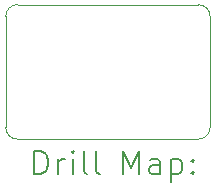
<source format=gbr>
%TF.GenerationSoftware,KiCad,Pcbnew,(7.0.0-0)*%
%TF.CreationDate,2023-05-05T13:57:36+08:00*%
%TF.ProjectId,Revolute,5265766f-6c75-4746-952e-6b696361645f,rev?*%
%TF.SameCoordinates,Original*%
%TF.FileFunction,Drillmap*%
%TF.FilePolarity,Positive*%
%FSLAX45Y45*%
G04 Gerber Fmt 4.5, Leading zero omitted, Abs format (unit mm)*
G04 Created by KiCad (PCBNEW (7.0.0-0)) date 2023-05-05 13:57:36*
%MOMM*%
%LPD*%
G01*
G04 APERTURE LIST*
%ADD10C,0.100000*%
%ADD11C,0.050000*%
%ADD12C,0.200000*%
G04 APERTURE END LIST*
D10*
X18230000Y-8200000D02*
X16700000Y-8200000D01*
D11*
X16700000Y-8200000D02*
G75*
G03*
X16600000Y-8300000I0J-100000D01*
G01*
X18330000Y-8300000D02*
G75*
G03*
X18230000Y-8200000I-100000J0D01*
G01*
D10*
X16600000Y-9240000D02*
X16600000Y-8300000D01*
X16700000Y-9340000D02*
X18230000Y-9340000D01*
X18330000Y-9040000D02*
X18330000Y-9240000D01*
D11*
X18230000Y-9340000D02*
G75*
G03*
X18330000Y-9240000I0J100000D01*
G01*
D10*
X18330000Y-9040000D02*
X18330000Y-8300000D01*
D11*
X16600000Y-9240000D02*
G75*
G03*
X16700000Y-9340000I100000J0D01*
G01*
D12*
X16842619Y-9638476D02*
X16842619Y-9438476D01*
X16842619Y-9438476D02*
X16890238Y-9438476D01*
X16890238Y-9438476D02*
X16918810Y-9448000D01*
X16918810Y-9448000D02*
X16937857Y-9467048D01*
X16937857Y-9467048D02*
X16947381Y-9486095D01*
X16947381Y-9486095D02*
X16956905Y-9524190D01*
X16956905Y-9524190D02*
X16956905Y-9552762D01*
X16956905Y-9552762D02*
X16947381Y-9590857D01*
X16947381Y-9590857D02*
X16937857Y-9609905D01*
X16937857Y-9609905D02*
X16918810Y-9628952D01*
X16918810Y-9628952D02*
X16890238Y-9638476D01*
X16890238Y-9638476D02*
X16842619Y-9638476D01*
X17042619Y-9638476D02*
X17042619Y-9505143D01*
X17042619Y-9543238D02*
X17052143Y-9524190D01*
X17052143Y-9524190D02*
X17061667Y-9514667D01*
X17061667Y-9514667D02*
X17080714Y-9505143D01*
X17080714Y-9505143D02*
X17099762Y-9505143D01*
X17166429Y-9638476D02*
X17166429Y-9505143D01*
X17166429Y-9438476D02*
X17156905Y-9448000D01*
X17156905Y-9448000D02*
X17166429Y-9457524D01*
X17166429Y-9457524D02*
X17175952Y-9448000D01*
X17175952Y-9448000D02*
X17166429Y-9438476D01*
X17166429Y-9438476D02*
X17166429Y-9457524D01*
X17290238Y-9638476D02*
X17271190Y-9628952D01*
X17271190Y-9628952D02*
X17261667Y-9609905D01*
X17261667Y-9609905D02*
X17261667Y-9438476D01*
X17395000Y-9638476D02*
X17375952Y-9628952D01*
X17375952Y-9628952D02*
X17366429Y-9609905D01*
X17366429Y-9609905D02*
X17366429Y-9438476D01*
X17591190Y-9638476D02*
X17591190Y-9438476D01*
X17591190Y-9438476D02*
X17657857Y-9581333D01*
X17657857Y-9581333D02*
X17724524Y-9438476D01*
X17724524Y-9438476D02*
X17724524Y-9638476D01*
X17905476Y-9638476D02*
X17905476Y-9533714D01*
X17905476Y-9533714D02*
X17895952Y-9514667D01*
X17895952Y-9514667D02*
X17876905Y-9505143D01*
X17876905Y-9505143D02*
X17838809Y-9505143D01*
X17838809Y-9505143D02*
X17819762Y-9514667D01*
X17905476Y-9628952D02*
X17886429Y-9638476D01*
X17886429Y-9638476D02*
X17838809Y-9638476D01*
X17838809Y-9638476D02*
X17819762Y-9628952D01*
X17819762Y-9628952D02*
X17810238Y-9609905D01*
X17810238Y-9609905D02*
X17810238Y-9590857D01*
X17810238Y-9590857D02*
X17819762Y-9571810D01*
X17819762Y-9571810D02*
X17838809Y-9562286D01*
X17838809Y-9562286D02*
X17886429Y-9562286D01*
X17886429Y-9562286D02*
X17905476Y-9552762D01*
X18000714Y-9505143D02*
X18000714Y-9705143D01*
X18000714Y-9514667D02*
X18019762Y-9505143D01*
X18019762Y-9505143D02*
X18057857Y-9505143D01*
X18057857Y-9505143D02*
X18076905Y-9514667D01*
X18076905Y-9514667D02*
X18086429Y-9524190D01*
X18086429Y-9524190D02*
X18095952Y-9543238D01*
X18095952Y-9543238D02*
X18095952Y-9600381D01*
X18095952Y-9600381D02*
X18086429Y-9619429D01*
X18086429Y-9619429D02*
X18076905Y-9628952D01*
X18076905Y-9628952D02*
X18057857Y-9638476D01*
X18057857Y-9638476D02*
X18019762Y-9638476D01*
X18019762Y-9638476D02*
X18000714Y-9628952D01*
X18181667Y-9619429D02*
X18191190Y-9628952D01*
X18191190Y-9628952D02*
X18181667Y-9638476D01*
X18181667Y-9638476D02*
X18172143Y-9628952D01*
X18172143Y-9628952D02*
X18181667Y-9619429D01*
X18181667Y-9619429D02*
X18181667Y-9638476D01*
X18181667Y-9514667D02*
X18191190Y-9524190D01*
X18191190Y-9524190D02*
X18181667Y-9533714D01*
X18181667Y-9533714D02*
X18172143Y-9524190D01*
X18172143Y-9524190D02*
X18181667Y-9514667D01*
X18181667Y-9514667D02*
X18181667Y-9533714D01*
M02*

</source>
